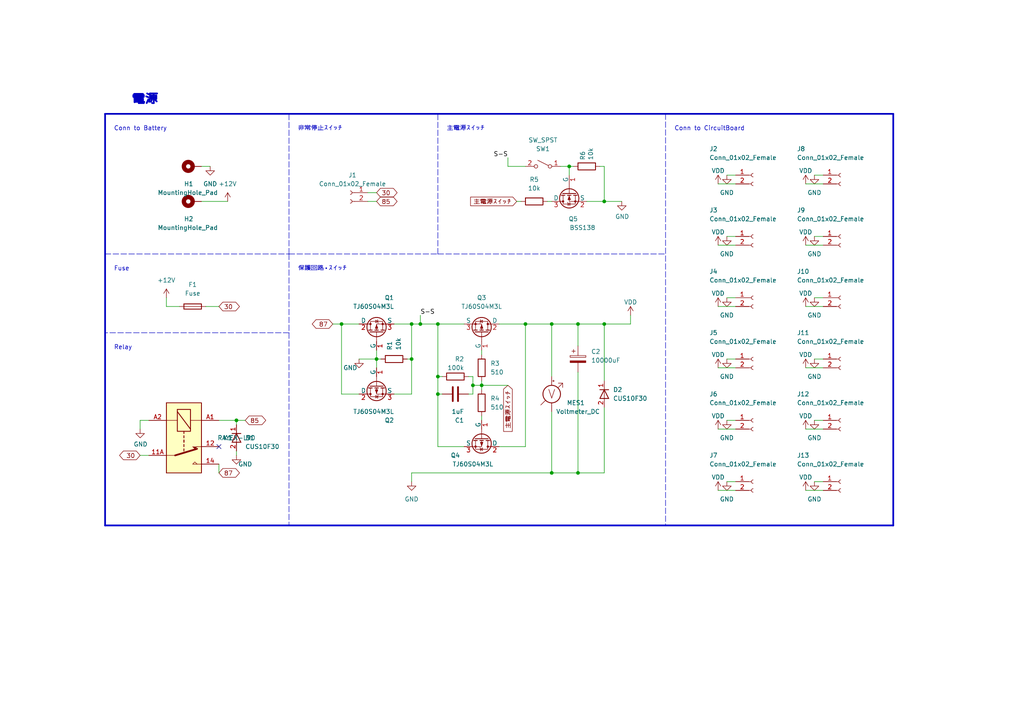
<source format=kicad_sch>
(kicad_sch (version 20211123) (generator eeschema)
  (paper "A4")
  (lib_symbols
    (symbol "Connector:Conn_01x02_Female" (pin_names (offset 1.016) hide)
      (property "Reference" "J" (at 0 2.54 0))
      (property "Value" "Conn_01x02_Female" (at 0 -5.08 0))
      (symbol "Conn_01x02_Female_1_1"
        (arc (start 0 -2.032) (mid -0.508 -2.54) (end 0 -3.048) (stroke (width 0.1524)))
        (polyline (pts (xy -1.27 -2.54) (xy -0.508 -2.54)) (stroke (width 0.1524)))
        (polyline (pts (xy -1.27 0) (xy -0.508 0)) (stroke (width 0.1524)))
        (arc (start 0 0.508) (mid -0.508 0) (end 0 -0.508) (stroke (width 0.1524)))
        (pin passive line (at -5.08 0 0) (length 3.81) (name "Pin_1") (number "1"))
        (pin passive line (at -5.08 -2.54 0) (length 3.81) (name "Pin_2") (number "2"))
      )
    )
    (symbol "D_3" (pin_names (offset 1.016) hide)
      (property "Reference" "D" (at 0 2.54 0))
      (property "Value" "D_3" (at 0 -2.54 0))
      (symbol "D_3_0_1"
        (polyline (pts (xy -1.27 1.27) (xy -1.27 -1.27)) (stroke (width 0.254)))
        (polyline (pts (xy 1.27 0) (xy -1.27 0)))
        (polyline (pts (xy 1.27 1.27) (xy 1.27 -1.27) (xy -1.27 0) (xy 1.27 1.27)) (stroke (width 0.254)))
      )
      (symbol "D_3_1_1"
        (pin passive line (at -3.81 0 0) (length 2.54) (name "K") (number "1"))
        (pin passive line (at 3.81 0 180) (length 2.54) (name "A") (number "2"))
      )
    )
    (symbol "Device:C" (pin_numbers hide) (pin_names (offset 0.254))
      (property "Reference" "C" (at 0.635 2.54 0))
      (property "Value" "C" (at 0.635 -2.54 0))
      (symbol "C_0_1"
        (polyline (pts (xy -2.032 -0.762) (xy 2.032 -0.762)) (stroke (width 0.508)))
        (polyline (pts (xy -2.032 0.762) (xy 2.032 0.762)) (stroke (width 0.508)))
      )
      (symbol "C_1_1"
        (pin passive line (at 0 3.81 270) (length 2.794) (name "~") (number "1"))
        (pin passive line (at 0 -3.81 90) (length 2.794) (name "~") (number "2"))
      )
    )
    (symbol "Device:C_Polarized" (pin_numbers hide) (pin_names (offset 0.254))
      (property "Reference" "C" (at 0.635 2.54 0))
      (property "Value" "C_Polarized" (at 0.635 -2.54 0))
      (symbol "C_Polarized_0_1"
        (rectangle (start -2.286 0.508) (end 2.286 1.016))
        (polyline (pts (xy -1.778 2.286) (xy -0.762 2.286)))
        (polyline (pts (xy -1.27 2.794) (xy -1.27 1.778)))
        (rectangle (start 2.286 -0.508) (end -2.286 -1.016) (fill (type outline)))
      )
      (symbol "C_Polarized_1_1"
        (pin passive line (at 0 3.81 270) (length 2.794) (name "~") (number "1"))
        (pin passive line (at 0 -3.81 90) (length 2.794) (name "~") (number "2"))
      )
    )
    (symbol "Device:Fuse" (pin_numbers hide) (pin_names (offset 0))
      (property "Reference" "F" (at 2.032 0 90))
      (property "Value" "Fuse" (at -1.905 0 90))
      (symbol "Fuse_0_1"
        (rectangle (start -0.762 -2.54) (end 0.762 2.54) (stroke (width 0.254)))
        (polyline (pts (xy 0 2.54) (xy 0 -2.54)))
      )
      (symbol "Fuse_1_1"
        (pin passive line (at 0 3.81 270) (length 1.27) (name "~") (number "1"))
        (pin passive line (at 0 -3.81 90) (length 1.27) (name "~") (number "2"))
      )
    )
    (symbol "Device:Q_PMOS_GDS" (pin_names (offset 0))
      (property "Reference" "Q" (at 5.08 1.27 0))
      (property "Value" "Q_PMOS_GDS" (at 5.08 -1.27 0))
      (symbol "Q_PMOS_GDS_0_1"
        (polyline (pts (xy 0.254 0) (xy -2.54 0)))
        (polyline (pts (xy 0.254 1.905) (xy 0.254 -1.905)) (stroke (width 0.254)))
        (polyline (pts (xy 0.762 -1.27) (xy 0.762 -2.286)) (stroke (width 0.254)))
        (polyline (pts (xy 0.762 0.508) (xy 0.762 -0.508)) (stroke (width 0.254)))
        (polyline (pts (xy 0.762 2.286) (xy 0.762 1.27)) (stroke (width 0.254)))
        (polyline (pts (xy 2.54 2.54) (xy 2.54 1.778)))
        (polyline (pts (xy 2.54 -2.54) (xy 2.54 0) (xy 0.762 0)))
        (polyline (pts (xy 0.762 1.778) (xy 3.302 1.778) (xy 3.302 -1.778) (xy 0.762 -1.778)))
        (polyline (pts (xy 2.286 0) (xy 1.27 0.381) (xy 1.27 -0.381) (xy 2.286 0)) (fill (type outline)))
        (polyline (pts (xy 2.794 -0.508) (xy 2.921 -0.381) (xy 3.683 -0.381) (xy 3.81 -0.254)))
        (polyline (pts (xy 3.302 -0.381) (xy 2.921 0.254) (xy 3.683 0.254) (xy 3.302 -0.381)))
        (circle (center 1.651 0) (radius 2.794) (stroke (width 0.254)))
        (circle (center 2.54 -1.778) (radius 0.254) (fill (type outline)))
        (circle (center 2.54 1.778) (radius 0.254) (fill (type outline)))
      )
      (symbol "Q_PMOS_GDS_1_1"
        (pin input line (at -5.08 0 0) (length 2.54) (name "G") (number "1"))
        (pin passive line (at 2.54 5.08 270) (length 2.54) (name "D") (number "2"))
        (pin passive line (at 2.54 -5.08 90) (length 2.54) (name "S") (number "3"))
      )
    )
    (symbol "Device:R" (pin_numbers hide) (pin_names (offset 0))
      (property "Reference" "R" (at 2.032 0 90))
      (property "Value" "R" (at 0 0 90))
      (symbol "R_0_1"
        (rectangle (start -1.016 -2.54) (end 1.016 2.54) (stroke (width 0.254)))
      )
      (symbol "R_1_1"
        (pin passive line (at 0 3.81 270) (length 1.27) (name "~") (number "1"))
        (pin passive line (at 0 -3.81 90) (length 1.27) (name "~") (number "2"))
      )
    )
    (symbol "Device:Voltmeter_DC" (pin_numbers hide) (pin_names (offset 0.0254) hide)
      (property "Reference" "MES" (at -3.302 1.016 0))
      (property "Value" "Voltmeter_DC" (at -3.302 -0.762 0))
      (symbol "Voltmeter_DC_0_0"
        (polyline (pts (xy -3.175 -3.175) (xy -1.905 -1.905)))
        (polyline (pts (xy 1.905 1.905) (xy 3.175 3.175)))
        (polyline (pts (xy 1.905 3.175) (xy 3.175 3.175) (xy 3.175 1.905)))
        (text "V" (at 0 0 0) (effects (font (size 2.54 2.54))))
      )
      (symbol "Voltmeter_DC_0_1"
        (polyline (pts (xy 0.254 3.81) (xy 0.762 3.81)))
        (polyline (pts (xy 0.508 4.064) (xy 0.508 3.556)))
        (circle (center 0 0) (radius 2.54) (stroke (width 0.254)))
      )
      (symbol "Voltmeter_DC_1_1"
        (pin passive line (at 0 -5.08 90) (length 2.54) (name "-") (number "1"))
        (pin passive line (at 0 5.08 270) (length 2.54) (name "+") (number "2"))
      )
    )
    (symbol "Mechanical:MountingHole_Pad" (pin_numbers hide) (pin_names (offset 1.016) hide)
      (property "Reference" "H" (at 0 6.35 0))
      (property "Value" "MountingHole_Pad" (at 0 4.445 0))
      (symbol "MountingHole_Pad_0_1"
        (circle (center 0 1.27) (radius 1.27) (stroke (width 1.27)))
      )
      (symbol "MountingHole_Pad_1_1"
        (pin input line (at 0 -2.54 90) (length 2.54) (name "1") (number "1"))
      )
    )
    (symbol "Q_NMOS_GSD_1" (pin_names (offset 0))
      (property "Reference" "Q" (at 5.08 1.27 0))
      (property "Value" "Q_NMOS_GSD_1" (at 5.08 -1.27 0))
      (symbol "Q_NMOS_GSD_1_0_1"
        (polyline (pts (xy 0.254 0) (xy -2.54 0)))
        (polyline (pts (xy 0.254 1.905) (xy 0.254 -1.905)) (stroke (width 0.254)))
        (polyline (pts (xy 0.762 -1.27) (xy 0.762 -2.286)) (stroke (width 0.254)))
        (polyline (pts (xy 0.762 0.508) (xy 0.762 -0.508)) (stroke (width 0.254)))
        (polyline (pts (xy 0.762 2.286) (xy 0.762 1.27)) (stroke (width 0.254)))
        (polyline (pts (xy 2.54 2.54) (xy 2.54 1.778)))
        (polyline (pts (xy 2.54 -2.54) (xy 2.54 0) (xy 0.762 0)))
        (polyline (pts (xy 0.762 -1.778) (xy 3.302 -1.778) (xy 3.302 1.778) (xy 0.762 1.778)))
        (polyline (pts (xy 1.016 0) (xy 2.032 0.381) (xy 2.032 -0.381) (xy 1.016 0)) (fill (type outline)))
        (polyline (pts (xy 2.794 0.508) (xy 2.921 0.381) (xy 3.683 0.381) (xy 3.81 0.254)))
        (polyline (pts (xy 3.302 0.381) (xy 2.921 -0.254) (xy 3.683 -0.254) (xy 3.302 0.381)))
        (circle (center 1.651 0) (radius 2.794) (stroke (width 0.254)))
        (circle (center 2.54 -1.778) (radius 0.254) (fill (type outline)))
        (circle (center 2.54 1.778) (radius 0.254) (fill (type outline)))
      )
      (symbol "Q_NMOS_GSD_1_1_1"
        (pin input line (at -5.08 0 0) (length 2.54) (name "G") (number "1"))
        (pin passive line (at 2.54 -5.08 90) (length 2.54) (name "S") (number "2"))
        (pin passive line (at 2.54 5.08 270) (length 2.54) (name "D") (number "3"))
      )
    )
    (symbol "Relay:RAYEX-L90"
      (property "Reference" "K1" (at 0 12.7 90))
      (property "Value" "RAYEX-L90" (at 0 15.24 90))
      (symbol "RAYEX-L90_1_0"
        (polyline (pts (xy 2.54 3.81) (xy 2.54 5.08)))
        (polyline (pts (xy 7.62 3.81) (xy 7.62 5.08)))
        (polyline (pts (xy 7.62 3.81) (xy 7.62 2.54) (xy 6.985 3.175) (xy 7.62 3.81)))
      )
      (symbol "RAYEX-L90_1_1"
        (rectangle (start -10.16 5.08) (end 10.16 -5.08) (stroke (width 0.254)) (fill (type background)))
        (rectangle (start -8.255 1.905) (end -1.905 -1.905) (stroke (width 0.254)))
        (polyline (pts (xy -7.62 -1.905) (xy -2.54 1.905)) (stroke (width 0.254)))
        (polyline (pts (xy -5.08 -5.08) (xy -5.08 -1.905)))
        (polyline (pts (xy -5.08 5.08) (xy -5.08 1.905)))
        (polyline (pts (xy -1.905 0) (xy -1.27 0)) (stroke (width 0.254)))
        (polyline (pts (xy -0.635 0) (xy 0 0)) (stroke (width 0.254)))
        (polyline (pts (xy 0.635 0) (xy 1.27 0)) (stroke (width 0.254)))
        (polyline (pts (xy 0.635 0) (xy 1.27 0)) (stroke (width 0.254)))
        (polyline (pts (xy 1.905 0) (xy 2.54 0)) (stroke (width 0.254)))
        (polyline (pts (xy 3.175 0) (xy 3.81 0)) (stroke (width 0.254)))
        (polyline (pts (xy 5.08 -2.54) (xy 3.175 3.81)) (stroke (width 0.508)))
        (polyline (pts (xy 5.08 -2.54) (xy 5.08 -5.08)))
        (polyline (pts (xy 2.54 2.54) (xy 3.175 3.175) (xy 2.54 3.81)) (fill (type outline)))
        (pin passive line (at 5.08 -10.16 90) (length 5.08) (name "~") (number "11A"))
        (pin passive line (at 2.54 10.16 270) (length 5.08) (name "~") (number "12"))
        (pin passive line (at 7.62 10.16 270) (length 5.08) (name "~") (number "14"))
        (pin passive line (at -5.08 10.16 270) (length 5.08) (name "~") (number "A1"))
        (pin passive line (at -5.08 -10.16 90) (length 5.08) (name "~") (number "A2"))
      )
    )
    (symbol "Switch:SW_SPST" (pin_names (offset 0) hide)
      (property "Reference" "SW" (at 0 3.175 0))
      (property "Value" "SW_SPST" (at 0 -2.54 0))
      (symbol "SW_SPST_0_0"
        (circle (center -2.032 0) (radius 0.508))
        (polyline (pts (xy -1.524 0.254) (xy 1.524 1.778)))
        (circle (center 2.032 0) (radius 0.508))
      )
      (symbol "SW_SPST_1_1"
        (pin passive line (at -5.08 0 0) (length 2.54) (name "A") (number "1"))
        (pin passive line (at 5.08 0 180) (length 2.54) (name "B") (number "2"))
      )
    )
    (symbol "power:+12V" (power) (pin_names (offset 0))
      (property "Value" "+12V" (at 0 3.556 0))
      (symbol "+12V_0_1"
        (polyline (pts (xy -0.762 1.27) (xy 0 2.54)))
        (polyline (pts (xy 0 0) (xy 0 2.54)))
        (polyline (pts (xy 0 2.54) (xy 0.762 1.27)))
      )
      (symbol "+12V_1_1"
        (pin power_in line (at 0 0 90) (length 0) hide (name "+12V") (number "1"))
      )
    )
    (symbol "power:GND" (power) (pin_names (offset 0))
      (property "Value" "GND" (at 0 -3.81 0))
      (symbol "GND_0_1"
        (polyline (pts (xy 0 0) (xy 0 -1.27) (xy 1.27 -1.27) (xy 0 -2.54) (xy -1.27 -1.27) (xy 0 -1.27)))
      )
      (symbol "GND_1_1"
        (pin power_in line (at 0 0 270) (length 0) hide (name "GND") (number "1"))
      )
    )
    (symbol "power:VDD" (power) (pin_names (offset 0))
      (property "Value" "VDD" (at 0 3.81 0))
      (symbol "VDD_0_1"
        (polyline (pts (xy -0.762 1.27) (xy 0 2.54)))
        (polyline (pts (xy 0 0) (xy 0 2.54)))
        (polyline (pts (xy 0 2.54) (xy 0.762 1.27)))
      )
      (symbol "VDD_1_1"
        (pin power_in line (at 0 0 90) (length 0) hide (name "VDD") (number "1"))
      )
    )
  )
  (junction (at 160.02 137.16))
  (junction (at 121.92 93.98))
  (junction (at 127 93.98))
  (junction (at 119.38 93.98))
  (junction (at 175.26 58.42))
  (junction (at 167.64 137.16))
  (junction (at 99.06 93.98))
  (junction (at 175.26 93.98))
  (junction (at 152.4 93.98))
  (junction (at 165.1 48.26))
  (junction (at 167.64 93.98))
  (junction (at 160.02 93.98))
  (junction (at 127 114.3))
  (junction (at 127 109.22))
  (junction (at 68.58 121.92))
  (junction (at 139.7 111.76))
  (junction (at 137.16 111.76))
  (junction (at 119.38 104.14))
  (junction (at 109.22 104.14))
  (no_connect (at 63.5 129.54))
  (wire (pts (xy 238.76 106.68) (xy 233.68 106.68)))
  (wire (pts (xy 121.92 93.98) (xy 127 93.98)))
  (wire (pts (xy 167.64 93.98) (xy 167.64 100.33)))
  (wire (pts (xy 167.64 107.95) (xy 167.64 137.16)))
  (wire (pts (xy 238.76 104.14) (xy 236.22 104.14)))
  (wire (pts (xy 144.78 93.98) (xy 152.4 93.98)))
  (wire (pts (xy 99.06 114.3) (xy 104.14 114.3)))
  (wire (pts (xy 119.38 114.3) (xy 114.3 114.3)))
  (wire (pts (xy 137.16 114.3) (xy 135.89 114.3)))
  (wire (pts (xy 160.02 93.98) (xy 160.02 109.22)))
  (wire (pts (xy 238.76 121.92) (xy 236.22 121.92)))
  (wire (pts (xy 121.92 91.44) (xy 121.92 93.98)))
  (wire (pts (xy 162.56 48.26) (xy 165.1 48.26)))
  (wire (pts (xy 127 109.22) (xy 128.27 109.22)))
  (polyline (pts (xy 127 73.66) (xy 193.04 73.66)))
  (wire (pts (xy 135.89 109.22) (xy 137.16 109.22)))
  (wire (pts (xy 238.76 142.24) (xy 233.68 142.24)))
  (polyline (pts (xy 83.82 96.52) (xy 30.48 96.52)))
  (wire (pts (xy 139.7 120.65) (xy 139.7 121.92)))
  (polyline (pts (xy 30.48 33.02) (xy 30.48 152.4)) (stroke (width 0.5) (type solid)))
  (wire (pts (xy 127 114.3) (xy 128.27 114.3)))
  (wire (pts (xy 175.26 118.11) (xy 175.26 137.16)))
  (polyline (pts (xy 30.48 33.02) (xy 259.08 33.02)) (stroke (width 0.5) (type solid)))
  (wire (pts (xy 127 114.3) (xy 127 129.54)))
  (wire (pts (xy 152.4 93.98) (xy 160.02 93.98)))
  (polyline (pts (xy 127 73.66) (xy 127 33.02)))
  (wire (pts (xy 238.76 68.58) (xy 236.22 68.58)))
  (wire (pts (xy 109.22 104.14) (xy 110.49 104.14)))
  (wire (pts (xy 213.36 139.7) (xy 210.82 139.7)))
  (wire (pts (xy 144.78 129.54) (xy 152.4 129.54)))
  (polyline (pts (xy 83.82 96.52) (xy 83.82 152.4)))
  (polyline (pts (xy 83.82 73.66) (xy 127 73.66)))
  (wire (pts (xy 127 109.22) (xy 127 114.3)))
  (wire (pts (xy 119.38 137.16) (xy 119.38 139.7)))
  (wire (pts (xy 68.58 121.92) (xy 68.58 123.19)))
  (wire (pts (xy 213.36 104.14) (xy 210.82 104.14)))
  (wire (pts (xy 48.26 88.9) (xy 52.07 88.9)))
  (wire (pts (xy 158.75 58.42) (xy 160.02 58.42)))
  (wire (pts (xy 68.58 121.92) (xy 71.12 121.92)))
  (polyline (pts (xy 259.08 152.4) (xy 259.08 33.02)) (stroke (width 0.5) (type solid)))
  (wire (pts (xy 119.38 93.98) (xy 119.38 104.14)))
  (wire (pts (xy 139.7 111.76) (xy 139.7 113.03)))
  (wire (pts (xy 137.16 111.76) (xy 139.7 111.76)))
  (wire (pts (xy 139.7 110.49) (xy 139.7 111.76)))
  (wire (pts (xy 127 93.98) (xy 127 109.22)))
  (wire (pts (xy 160.02 119.38) (xy 160.02 137.16)))
  (wire (pts (xy 147.32 48.26) (xy 152.4 48.26)))
  (wire (pts (xy 119.38 93.98) (xy 121.92 93.98)))
  (wire (pts (xy 58.42 48.26) (xy 60.96 48.26)))
  (wire (pts (xy 118.11 104.14) (xy 119.38 104.14)))
  (wire (pts (xy 213.36 71.12) (xy 208.28 71.12)))
  (wire (pts (xy 175.26 58.42) (xy 180.34 58.42)))
  (wire (pts (xy 213.36 88.9) (xy 208.28 88.9)))
  (wire (pts (xy 213.36 86.36) (xy 210.82 86.36)))
  (wire (pts (xy 99.06 93.98) (xy 104.14 93.98)))
  (wire (pts (xy 147.32 45.72) (xy 147.32 48.26)))
  (wire (pts (xy 213.36 124.46) (xy 208.28 124.46)))
  (wire (pts (xy 238.76 86.36) (xy 236.22 86.36)))
  (wire (pts (xy 137.16 111.76) (xy 137.16 114.3)))
  (wire (pts (xy 106.68 55.88) (xy 109.22 55.88)))
  (wire (pts (xy 173.99 48.26) (xy 175.26 48.26)))
  (wire (pts (xy 175.26 93.98) (xy 175.26 110.49)))
  (polyline (pts (xy 193.04 33.02) (xy 193.04 152.4)))
  (wire (pts (xy 182.88 91.44) (xy 182.88 93.98)))
  (wire (pts (xy 40.64 124.46) (xy 40.64 121.92)))
  (wire (pts (xy 213.36 142.24) (xy 208.28 142.24)))
  (wire (pts (xy 40.64 121.92) (xy 43.18 121.92)))
  (wire (pts (xy 167.64 137.16) (xy 175.26 137.16)))
  (wire (pts (xy 109.22 104.14) (xy 109.22 106.68)))
  (wire (pts (xy 160.02 93.98) (xy 167.64 93.98)))
  (wire (pts (xy 119.38 137.16) (xy 160.02 137.16)))
  (wire (pts (xy 175.26 58.42) (xy 175.26 48.26)))
  (polyline (pts (xy 30.48 152.4) (xy 259.08 152.4)) (stroke (width 0.5) (type solid)))
  (wire (pts (xy 213.36 68.58) (xy 210.82 68.58)))
  (wire (pts (xy 139.7 101.6) (xy 139.7 102.87)))
  (wire (pts (xy 167.64 93.98) (xy 175.26 93.98)))
  (wire (pts (xy 149.86 58.42) (xy 151.13 58.42)))
  (wire (pts (xy 58.42 58.42) (xy 66.04 58.42)))
  (wire (pts (xy 238.76 124.46) (xy 233.68 124.46)))
  (wire (pts (xy 119.38 104.14) (xy 119.38 114.3)))
  (wire (pts (xy 109.22 101.6) (xy 109.22 104.14)))
  (wire (pts (xy 40.64 132.08) (xy 43.18 132.08)))
  (wire (pts (xy 63.5 134.62) (xy 63.5 137.16)))
  (wire (pts (xy 160.02 137.16) (xy 167.64 137.16)))
  (wire (pts (xy 170.18 58.42) (xy 175.26 58.42)))
  (wire (pts (xy 213.36 50.8) (xy 210.82 50.8)))
  (wire (pts (xy 59.69 88.9) (xy 63.5 88.9)))
  (wire (pts (xy 106.68 58.42) (xy 109.22 58.42)))
  (wire (pts (xy 63.5 121.92) (xy 68.58 121.92)))
  (wire (pts (xy 238.76 53.34) (xy 233.68 53.34)))
  (wire (pts (xy 165.1 50.8) (xy 165.1 48.26)))
  (wire (pts (xy 213.36 106.68) (xy 208.28 106.68)))
  (wire (pts (xy 139.7 111.76) (xy 147.32 111.76)))
  (wire (pts (xy 134.62 129.54) (xy 127 129.54)))
  (wire (pts (xy 165.1 48.26) (xy 166.37 48.26)))
  (wire (pts (xy 48.26 86.36) (xy 48.26 88.9)))
  (wire (pts (xy 213.36 121.92) (xy 210.82 121.92)))
  (wire (pts (xy 137.16 109.22) (xy 137.16 111.76)))
  (wire (pts (xy 238.76 50.8) (xy 236.22 50.8)))
  (wire (pts (xy 96.52 93.98) (xy 99.06 93.98)))
  (polyline (pts (xy 83.82 73.66) (xy 83.82 96.52)))
  (polyline (pts (xy 30.48 73.66) (xy 83.82 73.66)))
  (wire (pts (xy 238.76 88.9) (xy 233.68 88.9)))
  (wire (pts (xy 68.58 130.81) (xy 68.58 132.08)))
  (wire (pts (xy 114.3 93.98) (xy 119.38 93.98)))
  (wire (pts (xy 238.76 139.7) (xy 236.22 139.7)))
  (polyline (pts (xy 83.82 73.66) (xy 83.82 33.02)))
  (wire (pts (xy 127 93.98) (xy 134.62 93.98)))
  (wire (pts (xy 213.36 53.34) (xy 208.28 53.34)))
  (wire (pts (xy 104.14 104.14) (xy 109.22 104.14)))
  (wire (pts (xy 238.76 71.12) (xy 233.68 71.12)))
  (wire (pts (xy 175.26 93.98) (xy 182.88 93.98)))
  (wire (pts (xy 99.06 93.98) (xy 99.06 114.3)))
  (wire (pts (xy 152.4 129.54) (xy 152.4 93.98)))
  (text "Conn to Battery" (at 33.02 38.1 0) (effects (font (size 1.27 1.27)) (justify left bottom)))
  (text "保護回路・スイッチ" (at 86.36 78.74 0) (effects (font (size 1.27 1.27)) (justify left bottom)))
  (text "電源" (at 38.1 30.48 0) (effects (font (size 2.54 2.54) bold) (justify left bottom)))
  (text "Conn to CircuitBoard" (at 195.58 38.1 0) (effects (font (size 1.27 1.27)) (justify left bottom)))
  (text "主電源スイッチ" (at 129.54 38.1 0) (effects (font (size 1.27 1.27)) (justify left bottom)))
  (text "Fuse" (at 33.02 78.74 0) (effects (font (size 1.27 1.27)) (justify left bottom)))
  (text "Relay" (at 33.02 101.6 0) (effects (font (size 1.27 1.27)) (justify left bottom)))
  (text "非常停止スイッチ" (at 86.36 38.1 0) (effects (font (size 1.27 1.27)) (justify left bottom)))
  (label "S-S" (at 147.32 45.72 180))
  (label "S-S" (at 121.92 91.44 0))
  (global_label "30" (shape bidirectional) (at 63.5 88.9 0) (property "Intersheet References" "${INTERSHEET_REFS}" (effects hide)))
  (global_label "85" (shape bidirectional) (at 71.12 121.92 0) (property "Intersheet References" "${INTERSHEET_REFS}" (effects hide)))
  (global_label "主電源スイッチ" (shape input) (at 149.86 58.42 180) (property "Intersheet References" "${INTERSHEET_REFS}" (effects hide)))
  (global_label "主電源スイッチ" (shape input) (at 147.32 111.76 270) (property "Intersheet References" "${INTERSHEET_REFS}" (effects hide)))
  (global_label "30" (shape bidirectional) (at 109.22 55.88 0) (property "Intersheet References" "${INTERSHEET_REFS}" (effects hide)))
  (global_label "87" (shape bidirectional) (at 96.52 93.98 180) (property "Intersheet References" "${INTERSHEET_REFS}" (effects hide)))
  (global_label "85" (shape bidirectional) (at 109.22 58.42 0) (property "Intersheet References" "${INTERSHEET_REFS}" (effects hide)))
  (global_label "87" (shape bidirectional) (at 63.5 137.16 0) (property "Intersheet References" "${INTERSHEET_REFS}" (effects hide)))
  (global_label "30" (shape bidirectional) (at 40.64 132.08 180) (property "Intersheet References" "${INTERSHEET_REFS}" (effects hide)))
  (symbol (lib_id "power:GND") (at 210.82 139.7 0) (mirror y) (unit 1)
    (property "Reference" "#PWR0131" (effects hide))
    (property "Value" "GND" (at 210.82 144.78 0))
  )
  (symbol (lib_id "power:GND") (at 210.82 121.92 0) (mirror y) (unit 1)
    (property "Reference" "#PWR0132" (effects hide))
    (property "Value" "GND" (at 210.82 127 0))
  )
  (symbol (lib_id "power:GND") (at 180.34 58.42 0) (unit 1)
    (property "Reference" "#PWR0105" (effects hide))
    (property "Value" "GND" (at 180.467 62.8142 0))
  )
  (symbol (lib_id "power:VDD") (at 208.28 53.34 0) (mirror y) (unit 1)
    (property "Reference" "#PWR0110" (effects hide))
    (property "Value" "VDD" (at 208.28 49.53 0))
  )
  (symbol (lib_id "Connector:Conn_01x02_Female") (at 243.84 121.92 0) (unit 1)
    (property "Reference" "J12" (at 231.14 114.3 0) (effects (justify left)))
    (property "Value" "Conn_01x02_Female" (at 231.14 116.84 0) (effects (justify left)))
    (property "Footprint" "Connector_AMASS:AMASS_XT30U-F_1x02_P5.0mm_Vertical" (effects hide))
  )
  (symbol (lib_id "Connector:Conn_01x02_Female") (at 243.84 104.14 0) (unit 1)
    (property "Reference" "J11" (at 231.14 96.52 0) (effects (justify left)))
    (property "Value" "Conn_01x02_Female" (at 231.14 99.06 0) (effects (justify left)))
    (property "Footprint" "Connector_AMASS:AMASS_XT30U-F_1x02_P5.0mm_Vertical" (effects hide))
  )
  (symbol (lib_id "Connector:Conn_01x02_Female") (at 218.44 68.58 0) (unit 1)
    (property "Reference" "J3" (at 205.74 60.96 0) (effects (justify left)))
    (property "Value" "Conn_01x02_Female" (at 205.74 63.5 0) (effects (justify left)))
    (property "Footprint" "Connector_AMASS:AMASS_XT30U-F_1x02_P5.0mm_Vertical" (effects hide))
  )
  (symbol (lib_id "Mechanical:MountingHole_Pad") (at 55.88 58.42 90) (unit 1)
    (property "Reference" "H2" (at 53.34 63.5 90) (effects (justify right)))
    (property "Value" "MountingHole_Pad" (at 45.72 66.04 90) (effects (justify right)))
    (property "Footprint" "TestPoint:TestPoint_THTPad_D4.0mm_Drill2.0mm" (effects hide))
  )
  (symbol (lib_id "power:+12V") (at 66.04 58.42 0) (unit 1)
    (property "Reference" "#PWR0101" (effects hide))
    (property "Value" "+12V" (at 66.04 53.34 0))
  )
  (symbol (lib_id "Mechanical:MountingHole_Pad") (at 55.88 48.26 90) (unit 1)
    (property "Reference" "H1" (at 53.34 53.34 90) (effects (justify right)))
    (property "Value" "MountingHole_Pad" (at 45.72 55.88 90) (effects (justify right)))
    (property "Footprint" "TestPoint:TestPoint_THTPad_D4.0mm_Drill2.0mm" (effects hide))
  )
  (symbol (lib_id "Device:Q_PMOS_GDS") (at 109.22 111.76 90) (mirror x) (unit 1)
    (property "Reference" "Q2" (at 114.3 121.92 90) (effects (justify left)))
    (property "Value" "TJ60S04M3L" (at 114.3 119.38 90) (effects (justify left)))
    (property "Footprint" "Package_TO_SOT_SMD:TO-252-3_TabPin2" (effects hide))
  )
  (symbol (lib_id "power:VDD") (at 233.68 71.12 0) (mirror y) (unit 1)
    (property "Reference" "#PWR0113" (effects hide))
    (property "Value" "VDD" (at 233.68 67.31 0))
  )
  (symbol (lib_id "Connector:Conn_01x02_Female") (at 218.44 104.14 0) (unit 1)
    (property "Reference" "J5" (at 205.74 96.52 0) (effects (justify left)))
    (property "Value" "Conn_01x02_Female" (at 205.74 99.06 0) (effects (justify left)))
    (property "Footprint" "Connector_AMASS:AMASS_XT30U-F_1x02_P5.0mm_Vertical" (effects hide))
  )
  (symbol (lib_id "Switch:SW_SPST") (at 157.48 48.26 0) (mirror y) (unit 1)
    (property "Reference" "SW1" (at 157.48 43.18 0))
    (property "Value" "SW_SPST" (at 157.48 40.64 0))
    (property "Footprint" "Rocker_Switch:DS-850K-S-ON" (effects hide))
  )
  (symbol (lib_id "Connector:Conn_01x02_Female") (at 243.84 50.8 0) (unit 1)
    (property "Reference" "J8" (at 231.14 43.18 0) (effects (justify left)))
    (property "Value" "Conn_01x02_Female" (at 231.14 45.72 0) (effects (justify left)))
    (property "Footprint" "Connector_AMASS:AMASS_XT30U-F_1x02_P5.0mm_Vertical" (effects hide))
  )
  (symbol (lib_id "Connector:Conn_01x02_Female") (at 218.44 121.92 0) (unit 1)
    (property "Reference" "J6" (at 205.74 114.3 0) (effects (justify left)))
    (property "Value" "Conn_01x02_Female" (at 205.74 116.84 0) (effects (justify left)))
    (property "Footprint" "Connector_AMASS:AMASS_XT30U-F_1x02_P5.0mm_Vertical" (effects hide))
  )
  (symbol (lib_id "power:GND") (at 40.64 124.46 0) (unit 1)
    (property "Reference" "#PWR0126" (effects hide))
    (property "Value" "GND" (at 40.767 128.8542 0))
  )
  (symbol (lib_id "Device:Voltmeter_DC") (at 160.02 114.3 0) (unit 1)
    (property "Reference" "MES1" (at 167.005 116.84 0))
    (property "Value" "Voltmeter_DC" (at 167.64 119.38 0))
    (property "Footprint" "Voltmeter:SuperSmallVoltmeter_twoline" (effects hide))
  )
  (symbol (lib_id "power:VDD") (at 233.68 142.24 0) (mirror y) (unit 1)
    (property "Reference" "#PWR0108" (effects hide))
    (property "Value" "VDD" (at 233.68 138.43 0))
  )
  (symbol (lib_id "Device:C") (at 132.08 114.3 90) (unit 1)
    (property "Reference" "C1" (at 134.62 121.92 90) (effects (justify left)))
    (property "Value" "1uF" (at 134.62 119.38 90) (effects (justify left)))
    (property "Footprint" "Capacitor_SMD:C_0805_2012Metric_Pad1.18x1.45mm_HandSolder" (effects hide))
  )
  (symbol (lib_name "D_3") (lib_id "Device:D") (at 175.26 114.3 270) (unit 1)
    (property "Reference" "D2" (at 177.8 113.0299 90) (effects (justify left)))
    (property "Value" "CUS10F30" (at 177.8 115.5699 90) (effects (justify left)))
    (property "Footprint" "Diode_SMD:D_SOD-323_HandSoldering" (effects hide))
  )
  (symbol (lib_id "Device:R") (at 114.3 104.14 90) (unit 1)
    (property "Reference" "R1" (at 113.0299 101.6 0) (effects (justify left)))
    (property "Value" "10k" (at 115.5699 101.6 0) (effects (justify left)))
    (property "Footprint" "Resistor_SMD:R_0603_1608Metric_Pad0.98x0.95mm_HandSolder" (effects hide))
  )
  (symbol (lib_id "power:VDD") (at 208.28 71.12 0) (mirror y) (unit 1)
    (property "Reference" "#PWR0122" (effects hide))
    (property "Value" "VDD" (at 208.28 67.31 0))
  )
  (symbol (lib_id "power:GND") (at 210.82 104.14 0) (mirror y) (unit 1)
    (property "Reference" "#PWR0129" (effects hide))
    (property "Value" "GND" (at 210.82 109.22 0))
  )
  (symbol (lib_id "power:GND") (at 236.22 104.14 0) (mirror y) (unit 1)
    (property "Reference" "#PWR0106" (effects hide))
    (property "Value" "GND" (at 236.22 109.22 0))
  )
  (symbol (lib_id "power:VDD") (at 233.68 88.9 0) (mirror y) (unit 1)
    (property "Reference" "#PWR0118" (effects hide))
    (property "Value" "VDD" (at 233.68 85.09 0))
  )
  (symbol (lib_id "power:+12V") (at 48.26 86.36 0) (unit 1)
    (property "Reference" "#PWR0103" (effects hide))
    (property "Value" "+12V" (at 48.26 81.28 0))
  )
  (symbol (lib_id "Device:R") (at 170.18 48.26 90) (unit 1)
    (property "Reference" "R6" (at 169.0116 46.482 0) (effects (justify left)))
    (property "Value" "10k" (at 171.323 46.482 0) (effects (justify left)))
    (property "Footprint" "Resistor_SMD:R_0603_1608Metric_Pad0.98x0.95mm_HandSolder" (effects hide))
  )
  (symbol (lib_id "Connector:Conn_01x02_Female") (at 243.84 68.58 0) (unit 1)
    (property "Reference" "J9" (at 231.14 60.96 0) (effects (justify left)))
    (property "Value" "Conn_01x02_Female" (at 231.14 63.5 0) (effects (justify left)))
    (property "Footprint" "Connector_AMASS:AMASS_XT30U-F_1x02_P5.0mm_Vertical" (effects hide))
  )
  (symbol (lib_id "Device:C_Polarized") (at 167.64 104.14 0) (unit 1)
    (property "Reference" "C2" (at 171.45 101.9809 0) (effects (justify left)))
    (property "Value" "10000uF" (at 171.45 104.5209 0) (effects (justify left)))
    (property "Footprint" "Capacitor_THT:CP_Radial_D35.0mm_P10.00mm_SnapIn" (effects hide))
  )
  (symbol (lib_id "power:VDD") (at 208.28 106.68 0) (mirror y) (unit 1)
    (property "Reference" "#PWR0120" (effects hide))
    (property "Value" "VDD" (at 208.28 102.87 0))
  )
  (symbol (lib_id "Connector:Conn_01x02_Female") (at 243.84 86.36 0) (unit 1)
    (property "Reference" "J10" (at 231.14 78.74 0) (effects (justify left)))
    (property "Value" "Conn_01x02_Female" (at 231.14 81.28 0) (effects (justify left)))
    (property "Footprint" "Connector_AMASS:AMASS_XT30U-F_1x02_P5.0mm_Vertical" (effects hide))
  )
  (symbol (lib_id "power:GND") (at 68.58 132.08 0) (unit 1)
    (property "Reference" "#PWR0127" (effects hide))
    (property "Value" "GND" (at 71.12 134.62 0))
  )
  (symbol (lib_id "Connector:Conn_01x02_Female") (at 243.84 139.7 0) (unit 1)
    (property "Reference" "J13" (at 231.14 132.08 0) (effects (justify left)))
    (property "Value" "Conn_01x02_Female" (at 231.14 134.62 0) (effects (justify left)))
    (property "Footprint" "Connector_AMASS:AMASS_XT30U-F_1x02_P5.0mm_Vertical" (effects hide))
  )
  (symbol (lib_id "power:VDD") (at 233.68 53.34 0) (mirror y) (unit 1)
    (property "Reference" "#PWR0114" (effects hide))
    (property "Value" "VDD" (at 233.68 49.53 0))
  )
  (symbol (lib_id "Connector:Conn_01x02_Female") (at 218.44 139.7 0) (unit 1)
    (property "Reference" "J7" (at 205.74 132.08 0) (effects (justify left)))
    (property "Value" "Conn_01x02_Female" (at 205.74 134.62 0) (effects (justify left)))
    (property "Footprint" "Connector_AMASS:AMASS_XT30U-F_1x02_P5.0mm_Vertical" (effects hide))
  )
  (symbol (lib_id "Device:Q_PMOS_GDS") (at 109.22 96.52 90) (unit 1)
    (property "Reference" "Q1" (at 114.3 86.36 90) (effects (justify left)))
    (property "Value" "TJ60S04M3L" (at 114.3 88.9 90) (effects (justify left)))
    (property "Footprint" "Package_TO_SOT_SMD:TO-252-3_TabPin2" (effects hide))
  )
  (symbol (lib_id "power:GND") (at 236.22 139.7 0) (mirror y) (unit 1)
    (property "Reference" "#PWR0128" (effects hide))
    (property "Value" "GND" (at 236.22 144.78 0))
  )
  (symbol (lib_id "power:VDD") (at 182.88 91.44 0) (unit 1)
    (property "Reference" "#PWR0130" (effects hide))
    (property "Value" "VDD" (at 182.88 87.63 0))
  )
  (symbol (lib_id "power:VDD") (at 233.68 106.68 0) (mirror y) (unit 1)
    (property "Reference" "#PWR0117" (effects hide))
    (property "Value" "VDD" (at 233.68 102.87 0))
  )
  (symbol (lib_id "power:GND") (at 236.22 50.8 0) (mirror y) (unit 1)
    (property "Reference" "#PWR0112" (effects hide))
    (property "Value" "GND" (at 236.22 55.88 0))
  )
  (symbol (lib_id "Device:R") (at 132.08 109.22 90) (unit 1)
    (property "Reference" "R2" (at 134.62 104.14 90) (effects (justify left)))
    (property "Value" "100k" (at 134.62 106.68 90) (effects (justify left)))
    (property "Footprint" "Resistor_SMD:R_0603_1608Metric_Pad0.98x0.95mm_HandSolder" (effects hide))
  )
  (symbol (lib_id "Device:Q_PMOS_GDS") (at 139.7 96.52 270) (mirror x) (unit 1)
    (property "Reference" "Q3" (at 139.7 86.36 90))
    (property "Value" "TJ60S04M3L" (at 139.7 88.9 90))
    (property "Footprint" "Package_TO_SOT_SMD:TO-252-3_TabPin2" (effects hide))
  )
  (symbol (lib_name "D_3") (lib_id "Device:D") (at 68.58 127 270) (unit 1)
    (property "Reference" "D1" (at 71.12 127 90) (effects (justify left)))
    (property "Value" "CUS10F30" (at 71.12 129.54 90) (effects (justify left)))
    (property "Footprint" "Diode_SMD:D_SOD-323_HandSoldering" (effects hide))
  )
  (symbol (lib_id "power:GND") (at 104.14 104.14 0) (unit 1)
    (property "Reference" "#PWR0102" (effects hide))
    (property "Value" "GND" (at 101.6 106.68 0))
  )
  (symbol (lib_id "power:GND") (at 210.82 50.8 0) (mirror y) (unit 1)
    (property "Reference" "#PWR0111" (effects hide))
    (property "Value" "GND" (at 210.82 55.88 0))
  )
  (symbol (lib_id "power:GND") (at 236.22 121.92 0) (mirror y) (unit 1)
    (property "Reference" "#PWR0109" (effects hide))
    (property "Value" "GND" (at 236.22 127 0))
  )
  (symbol (lib_id "power:VDD") (at 208.28 142.24 0) (mirror y) (unit 1)
    (property "Reference" "#PWR0125" (effects hide))
    (property "Value" "VDD" (at 208.28 138.43 0))
  )
  (symbol (lib_id "power:VDD") (at 233.68 124.46 0) (mirror y) (unit 1)
    (property "Reference" "#PWR0107" (effects hide))
    (property "Value" "VDD" (at 233.68 120.65 0))
  )
  (symbol (lib_id "power:GND") (at 210.82 68.58 0) (mirror y) (unit 1)
    (property "Reference" "#PWR0119" (effects hide))
    (property "Value" "GND" (at 210.82 73.66 0))
  )
  (symbol (lib_id "power:GND") (at 236.22 68.58 0) (mirror y) (unit 1)
    (property "Reference" "#PWR0115" (effects hide))
    (property "Value" "GND" (at 236.22 73.66 0))
  )
  (symbol (lib_id "Device:R") (at 139.7 106.68 0) (unit 1)
    (property "Reference" "R3" (at 142.24 105.4099 0) (effects (justify left)))
    (property "Value" "510" (at 142.24 107.9499 0) (effects (justify left)))
    (property "Footprint" "Resistor_SMD:R_0603_1608Metric_Pad0.98x0.95mm_HandSolder" (effects hide))
  )
  (symbol (lib_id "Device:R") (at 154.94 58.42 270) (mirror x) (unit 1)
    (property "Reference" "R5" (at 154.94 52.07 90))
    (property "Value" "10k" (at 154.94 54.61 90))
    (property "Footprint" "Resistor_SMD:R_0603_1608Metric_Pad0.98x0.95mm_HandSolder" (effects hide))
  )
  (symbol (lib_id "power:GND") (at 60.96 48.26 0) (unit 1)
    (property "Reference" "#PWR0104" (effects hide))
    (property "Value" "GND" (at 60.96 53.34 0))
  )
  (symbol (lib_id "Device:Q_PMOS_GDS") (at 139.7 127 270) (unit 1)
    (property "Reference" "Q4" (at 132.08 132.08 90))
    (property "Value" "TJ60S04M3L" (at 137.16 134.62 90))
    (property "Footprint" "Package_TO_SOT_SMD:TO-252-3_TabPin2" (effects hide))
  )
  (symbol (lib_id "Connector:Conn_01x02_Female") (at 218.44 86.36 0) (unit 1)
    (property "Reference" "J4" (at 205.74 78.74 0) (effects (justify left)))
    (property "Value" "Conn_01x02_Female" (at 205.74 81.28 0) (effects (justify left)))
    (property "Footprint" "Connector_AMASS:AMASS_XT30U-F_1x02_P5.0mm_Vertical" (effects hide))
  )
  (symbol (lib_id "power:GND") (at 119.38 139.7 0) (unit 1)
    (property "Reference" "#PWR0133" (effects hide))
    (property "Value" "GND" (at 119.38 144.78 0))
  )
  (symbol (lib_id "power:VDD") (at 208.28 124.46 0) (mirror y) (unit 1)
    (property "Reference" "#PWR0124" (effects hide))
    (property "Value" "VDD" (at 208.28 120.65 0))
  )
  (symbol (lib_id "Device:Fuse") (at 55.88 88.9 90) (unit 1)
    (property "Reference" "F1" (at 55.88 82.55 90))
    (property "Value" "Fuse" (at 55.88 85.09 90))
    (property "Footprint" "Fuse:Fuseholder_Blade_Mini_Keystone_3568" (effects hide))
  )
  (symbol (lib_id "Relay:RAYEX-L90") (at 53.34 127 270) (unit 1)
    (property "Reference" "K1" (at 66.04 127 90))
    (property "Value" "RAYEX-L90" (at 68.58 127 90))
    (property "Footprint" "Relay:TRV4-L-12V-Z-F" (effects hide))
    (property "Datasheet" "https://a3.sofastcdn.com/attachment/7jioKBjnRiiSrjrjknRiwS77gwbf3zmp/L90-SERIES.pdf" (effects hide))
  )
  (symbol (lib_id "Connector:Conn_01x02_Female") (at 101.6 55.88 0) (mirror y) (unit 1)
    (property "Reference" "J1" (at 102.235 50.8 0))
    (property "Value" "Conn_01x02_Female" (at 102.235 53.34 0))
    (property "Footprint" "Connector_Molex:Molex_SPOX_5267-02A_1x02_P2.50mm_Vertical" (effects hide))
  )
  (symbol (lib_id "Connector:Conn_01x02_Female") (at 218.44 50.8 0) (unit 1)
    (property "Reference" "J2" (at 205.74 43.18 0) (effects (justify left)))
    (property "Value" "Conn_01x02_Female" (at 205.74 45.72 0) (effects (justify left)))
    (property "Footprint" "Connector_AMASS:AMASS_XT30U-F_1x02_P5.0mm_Vertical" (effects hide))
  )
  (symbol (lib_id "power:GND") (at 236.22 86.36 0) (mirror y) (unit 1)
    (property "Reference" "#PWR0116" (effects hide))
    (property "Value" "GND" (at 236.22 91.44 0))
  )
  (symbol (lib_id "power:VDD") (at 208.28 88.9 0) (mirror y) (unit 1)
    (property "Reference" "#PWR0121" (effects hide))
    (property "Value" "VDD" (at 208.28 85.09 0))
  )
  (symbol (lib_id "Device:R") (at 139.7 116.84 0) (unit 1)
    (property "Reference" "R4" (at 142.24 115.5699 0) (effects (justify left)))
    (property "Value" "510" (at 142.24 118.1099 0) (effects (justify left)))
    (property "Footprint" "Resistor_SMD:R_0603_1608Metric_Pad0.98x0.95mm_HandSolder" (effects hide))
  )
  (symbol (lib_name "Q_NMOS_GSD_1") (lib_id "Device:Q_NMOS_GSD") (at 165.1 55.88 90) (mirror x) (unit 1)
    (property "Reference" "Q5" (at 167.64 63.5 90) (effects (justify left)))
    (property "Value" "BSS138" (at 172.72 66.04 90) (effects (justify left)))
    (property "Footprint" "Package_TO_SOT_SMD:SOT-23_Handsoldering" (effects hide))
  )
  (symbol (lib_id "power:GND") (at 210.82 86.36 0) (mirror y) (unit 1)
    (property "Reference" "#PWR0123" (effects hide))
    (property "Value" "GND" (at 210.82 91.44 0))
  )
)
</source>
